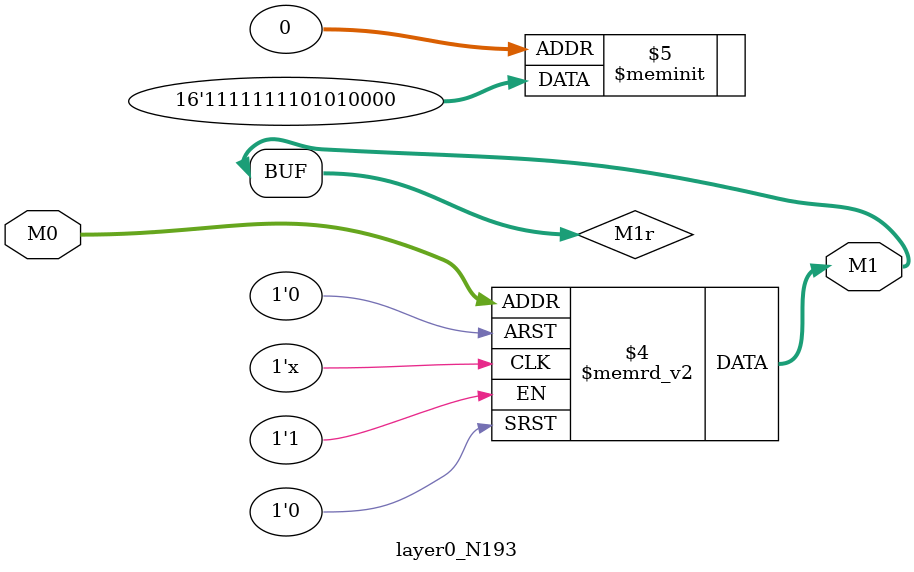
<source format=v>
module layer0_N193 ( input [2:0] M0, output [1:0] M1 );

	(*rom_style = "distributed" *) reg [1:0] M1r;
	assign M1 = M1r;
	always @ (M0) begin
		case (M0)
			3'b000: M1r = 2'b00;
			3'b100: M1r = 2'b11;
			3'b010: M1r = 2'b01;
			3'b110: M1r = 2'b11;
			3'b001: M1r = 2'b00;
			3'b101: M1r = 2'b11;
			3'b011: M1r = 2'b01;
			3'b111: M1r = 2'b11;

		endcase
	end
endmodule

</source>
